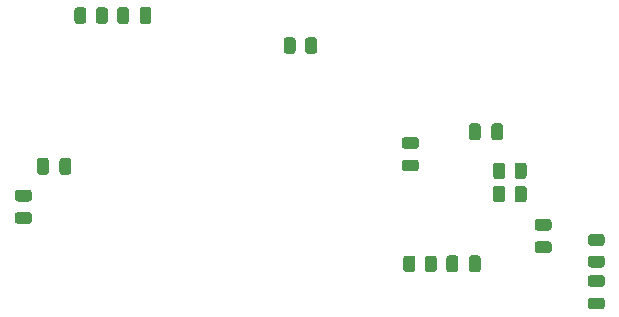
<source format=gbp>
%TF.GenerationSoftware,KiCad,Pcbnew,(5.1.10)-1*%
%TF.CreationDate,2021-12-15T16:43:02+05:30*%
%TF.ProjectId,SPVMD_V2.0,5350564d-445f-4563-922e-302e6b696361,rev?*%
%TF.SameCoordinates,Original*%
%TF.FileFunction,Paste,Bot*%
%TF.FilePolarity,Positive*%
%FSLAX46Y46*%
G04 Gerber Fmt 4.6, Leading zero omitted, Abs format (unit mm)*
G04 Created by KiCad (PCBNEW (5.1.10)-1) date 2021-12-15 16:43:02*
%MOMM*%
%LPD*%
G01*
G04 APERTURE LIST*
G04 APERTURE END LIST*
%TO.C,C12*%
G36*
G01*
X141892000Y-74049000D02*
X142842000Y-74049000D01*
G75*
G02*
X143092000Y-74299000I0J-250000D01*
G01*
X143092000Y-74799000D01*
G75*
G02*
X142842000Y-75049000I-250000J0D01*
G01*
X141892000Y-75049000D01*
G75*
G02*
X141642000Y-74799000I0J250000D01*
G01*
X141642000Y-74299000D01*
G75*
G02*
X141892000Y-74049000I250000J0D01*
G01*
G37*
G36*
G01*
X141892000Y-75949000D02*
X142842000Y-75949000D01*
G75*
G02*
X143092000Y-76199000I0J-250000D01*
G01*
X143092000Y-76699000D01*
G75*
G02*
X142842000Y-76949000I-250000J0D01*
G01*
X141892000Y-76949000D01*
G75*
G02*
X141642000Y-76699000I0J250000D01*
G01*
X141642000Y-76199000D01*
G75*
G02*
X141892000Y-75949000I250000J0D01*
G01*
G37*
%TD*%
%TO.C,C17*%
G36*
G01*
X154081500Y-81973000D02*
X153131500Y-81973000D01*
G75*
G02*
X152881500Y-81723000I0J250000D01*
G01*
X152881500Y-81223000D01*
G75*
G02*
X153131500Y-80973000I250000J0D01*
G01*
X154081500Y-80973000D01*
G75*
G02*
X154331500Y-81223000I0J-250000D01*
G01*
X154331500Y-81723000D01*
G75*
G02*
X154081500Y-81973000I-250000J0D01*
G01*
G37*
G36*
G01*
X154081500Y-83873000D02*
X153131500Y-83873000D01*
G75*
G02*
X152881500Y-83623000I0J250000D01*
G01*
X152881500Y-83123000D01*
G75*
G02*
X153131500Y-82873000I250000J0D01*
G01*
X154081500Y-82873000D01*
G75*
G02*
X154331500Y-83123000I0J-250000D01*
G01*
X154331500Y-83623000D01*
G75*
G02*
X154081500Y-83873000I-250000J0D01*
G01*
G37*
%TD*%
%TO.C,C16*%
G36*
G01*
X148328000Y-73121500D02*
X148328000Y-74071500D01*
G75*
G02*
X148078000Y-74321500I-250000J0D01*
G01*
X147578000Y-74321500D01*
G75*
G02*
X147328000Y-74071500I0J250000D01*
G01*
X147328000Y-73121500D01*
G75*
G02*
X147578000Y-72871500I250000J0D01*
G01*
X148078000Y-72871500D01*
G75*
G02*
X148328000Y-73121500I0J-250000D01*
G01*
G37*
G36*
G01*
X150228000Y-73121500D02*
X150228000Y-74071500D01*
G75*
G02*
X149978000Y-74321500I-250000J0D01*
G01*
X149478000Y-74321500D01*
G75*
G02*
X149228000Y-74071500I0J250000D01*
G01*
X149228000Y-73121500D01*
G75*
G02*
X149478000Y-72871500I250000J0D01*
G01*
X149978000Y-72871500D01*
G75*
G02*
X150228000Y-73121500I0J-250000D01*
G01*
G37*
%TD*%
%TO.C,C4*%
G36*
G01*
X118546500Y-63279000D02*
X118546500Y-64229000D01*
G75*
G02*
X118296500Y-64479000I-250000J0D01*
G01*
X117796500Y-64479000D01*
G75*
G02*
X117546500Y-64229000I0J250000D01*
G01*
X117546500Y-63279000D01*
G75*
G02*
X117796500Y-63029000I250000J0D01*
G01*
X118296500Y-63029000D01*
G75*
G02*
X118546500Y-63279000I0J-250000D01*
G01*
G37*
G36*
G01*
X120446500Y-63279000D02*
X120446500Y-64229000D01*
G75*
G02*
X120196500Y-64479000I-250000J0D01*
G01*
X119696500Y-64479000D01*
G75*
G02*
X119446500Y-64229000I0J250000D01*
G01*
X119446500Y-63279000D01*
G75*
G02*
X119696500Y-63029000I250000J0D01*
G01*
X120196500Y-63029000D01*
G75*
G02*
X120446500Y-63279000I0J-250000D01*
G01*
G37*
%TD*%
%TO.C,C5*%
G36*
G01*
X110076000Y-79499000D02*
X109126000Y-79499000D01*
G75*
G02*
X108876000Y-79249000I0J250000D01*
G01*
X108876000Y-78749000D01*
G75*
G02*
X109126000Y-78499000I250000J0D01*
G01*
X110076000Y-78499000D01*
G75*
G02*
X110326000Y-78749000I0J-250000D01*
G01*
X110326000Y-79249000D01*
G75*
G02*
X110076000Y-79499000I-250000J0D01*
G01*
G37*
G36*
G01*
X110076000Y-81399000D02*
X109126000Y-81399000D01*
G75*
G02*
X108876000Y-81149000I0J250000D01*
G01*
X108876000Y-80649000D01*
G75*
G02*
X109126000Y-80399000I250000J0D01*
G01*
X110076000Y-80399000D01*
G75*
G02*
X110326000Y-80649000I0J-250000D01*
G01*
X110326000Y-81149000D01*
G75*
G02*
X110076000Y-81399000I-250000J0D01*
G01*
G37*
%TD*%
%TO.C,C6*%
G36*
G01*
X110757000Y-76992500D02*
X110757000Y-76042500D01*
G75*
G02*
X111007000Y-75792500I250000J0D01*
G01*
X111507000Y-75792500D01*
G75*
G02*
X111757000Y-76042500I0J-250000D01*
G01*
X111757000Y-76992500D01*
G75*
G02*
X111507000Y-77242500I-250000J0D01*
G01*
X111007000Y-77242500D01*
G75*
G02*
X110757000Y-76992500I0J250000D01*
G01*
G37*
G36*
G01*
X112657000Y-76992500D02*
X112657000Y-76042500D01*
G75*
G02*
X112907000Y-75792500I250000J0D01*
G01*
X113407000Y-75792500D01*
G75*
G02*
X113657000Y-76042500I0J-250000D01*
G01*
X113657000Y-76992500D01*
G75*
G02*
X113407000Y-77242500I-250000J0D01*
G01*
X112907000Y-77242500D01*
G75*
G02*
X112657000Y-76992500I0J250000D01*
G01*
G37*
%TD*%
%TO.C,C10*%
G36*
G01*
X157640000Y-85733000D02*
X158590000Y-85733000D01*
G75*
G02*
X158840000Y-85983000I0J-250000D01*
G01*
X158840000Y-86483000D01*
G75*
G02*
X158590000Y-86733000I-250000J0D01*
G01*
X157640000Y-86733000D01*
G75*
G02*
X157390000Y-86483000I0J250000D01*
G01*
X157390000Y-85983000D01*
G75*
G02*
X157640000Y-85733000I250000J0D01*
G01*
G37*
G36*
G01*
X157640000Y-87633000D02*
X158590000Y-87633000D01*
G75*
G02*
X158840000Y-87883000I0J-250000D01*
G01*
X158840000Y-88383000D01*
G75*
G02*
X158590000Y-88633000I-250000J0D01*
G01*
X157640000Y-88633000D01*
G75*
G02*
X157390000Y-88383000I0J250000D01*
G01*
X157390000Y-87883000D01*
G75*
G02*
X157640000Y-87633000I250000J0D01*
G01*
G37*
%TD*%
%TO.C,C11*%
G36*
G01*
X145423000Y-85247500D02*
X145423000Y-84297500D01*
G75*
G02*
X145673000Y-84047500I250000J0D01*
G01*
X146173000Y-84047500D01*
G75*
G02*
X146423000Y-84297500I0J-250000D01*
G01*
X146423000Y-85247500D01*
G75*
G02*
X146173000Y-85497500I-250000J0D01*
G01*
X145673000Y-85497500D01*
G75*
G02*
X145423000Y-85247500I0J250000D01*
G01*
G37*
G36*
G01*
X147323000Y-85247500D02*
X147323000Y-84297500D01*
G75*
G02*
X147573000Y-84047500I250000J0D01*
G01*
X148073000Y-84047500D01*
G75*
G02*
X148323000Y-84297500I0J-250000D01*
G01*
X148323000Y-85247500D01*
G75*
G02*
X148073000Y-85497500I-250000J0D01*
G01*
X147573000Y-85497500D01*
G75*
G02*
X147323000Y-85247500I0J250000D01*
G01*
G37*
%TD*%
%TO.C,FB1*%
G36*
G01*
X144617500Y-84322499D02*
X144617500Y-85222501D01*
G75*
G02*
X144367501Y-85472500I-249999J0D01*
G01*
X143842499Y-85472500D01*
G75*
G02*
X143592500Y-85222501I0J249999D01*
G01*
X143592500Y-84322499D01*
G75*
G02*
X143842499Y-84072500I249999J0D01*
G01*
X144367501Y-84072500D01*
G75*
G02*
X144617500Y-84322499I0J-249999D01*
G01*
G37*
G36*
G01*
X142792500Y-84322499D02*
X142792500Y-85222501D01*
G75*
G02*
X142542501Y-85472500I-249999J0D01*
G01*
X142017499Y-85472500D01*
G75*
G02*
X141767500Y-85222501I0J249999D01*
G01*
X141767500Y-84322499D01*
G75*
G02*
X142017499Y-84072500I249999J0D01*
G01*
X142542501Y-84072500D01*
G75*
G02*
X142792500Y-84322499I0J-249999D01*
G01*
G37*
%TD*%
%TO.C,R1*%
G36*
G01*
X116764500Y-63303999D02*
X116764500Y-64204001D01*
G75*
G02*
X116514501Y-64454000I-249999J0D01*
G01*
X115989499Y-64454000D01*
G75*
G02*
X115739500Y-64204001I0J249999D01*
G01*
X115739500Y-63303999D01*
G75*
G02*
X115989499Y-63054000I249999J0D01*
G01*
X116514501Y-63054000D01*
G75*
G02*
X116764500Y-63303999I0J-249999D01*
G01*
G37*
G36*
G01*
X114939500Y-63303999D02*
X114939500Y-64204001D01*
G75*
G02*
X114689501Y-64454000I-249999J0D01*
G01*
X114164499Y-64454000D01*
G75*
G02*
X113914500Y-64204001I0J249999D01*
G01*
X113914500Y-63303999D01*
G75*
G02*
X114164499Y-63054000I249999J0D01*
G01*
X114689501Y-63054000D01*
G75*
G02*
X114939500Y-63303999I0J-249999D01*
G01*
G37*
%TD*%
%TO.C,R3*%
G36*
G01*
X157664999Y-82244500D02*
X158565001Y-82244500D01*
G75*
G02*
X158815000Y-82494499I0J-249999D01*
G01*
X158815000Y-83019501D01*
G75*
G02*
X158565001Y-83269500I-249999J0D01*
G01*
X157664999Y-83269500D01*
G75*
G02*
X157415000Y-83019501I0J249999D01*
G01*
X157415000Y-82494499D01*
G75*
G02*
X157664999Y-82244500I249999J0D01*
G01*
G37*
G36*
G01*
X157664999Y-84069500D02*
X158565001Y-84069500D01*
G75*
G02*
X158815000Y-84319499I0J-249999D01*
G01*
X158815000Y-84844501D01*
G75*
G02*
X158565001Y-85094500I-249999J0D01*
G01*
X157664999Y-85094500D01*
G75*
G02*
X157415000Y-84844501I0J249999D01*
G01*
X157415000Y-84319499D01*
G75*
G02*
X157664999Y-84069500I249999J0D01*
G01*
G37*
%TD*%
%TO.C,R8*%
G36*
G01*
X151189000Y-79317001D02*
X151189000Y-78416999D01*
G75*
G02*
X151438999Y-78167000I249999J0D01*
G01*
X151964001Y-78167000D01*
G75*
G02*
X152214000Y-78416999I0J-249999D01*
G01*
X152214000Y-79317001D01*
G75*
G02*
X151964001Y-79567000I-249999J0D01*
G01*
X151438999Y-79567000D01*
G75*
G02*
X151189000Y-79317001I0J249999D01*
G01*
G37*
G36*
G01*
X149364000Y-79317001D02*
X149364000Y-78416999D01*
G75*
G02*
X149613999Y-78167000I249999J0D01*
G01*
X150139001Y-78167000D01*
G75*
G02*
X150389000Y-78416999I0J-249999D01*
G01*
X150389000Y-79317001D01*
G75*
G02*
X150139001Y-79567000I-249999J0D01*
G01*
X149613999Y-79567000D01*
G75*
G02*
X149364000Y-79317001I0J249999D01*
G01*
G37*
%TD*%
%TO.C,R9*%
G36*
G01*
X149364000Y-77348501D02*
X149364000Y-76448499D01*
G75*
G02*
X149613999Y-76198500I249999J0D01*
G01*
X150139001Y-76198500D01*
G75*
G02*
X150389000Y-76448499I0J-249999D01*
G01*
X150389000Y-77348501D01*
G75*
G02*
X150139001Y-77598500I-249999J0D01*
G01*
X149613999Y-77598500D01*
G75*
G02*
X149364000Y-77348501I0J249999D01*
G01*
G37*
G36*
G01*
X151189000Y-77348501D02*
X151189000Y-76448499D01*
G75*
G02*
X151438999Y-76198500I249999J0D01*
G01*
X151964001Y-76198500D01*
G75*
G02*
X152214000Y-76448499I0J-249999D01*
G01*
X152214000Y-77348501D01*
G75*
G02*
X151964001Y-77598500I-249999J0D01*
G01*
X151438999Y-77598500D01*
G75*
G02*
X151189000Y-77348501I0J249999D01*
G01*
G37*
%TD*%
%TO.C,R10*%
G36*
G01*
X132656000Y-65843999D02*
X132656000Y-66744001D01*
G75*
G02*
X132406001Y-66994000I-249999J0D01*
G01*
X131880999Y-66994000D01*
G75*
G02*
X131631000Y-66744001I0J249999D01*
G01*
X131631000Y-65843999D01*
G75*
G02*
X131880999Y-65594000I249999J0D01*
G01*
X132406001Y-65594000D01*
G75*
G02*
X132656000Y-65843999I0J-249999D01*
G01*
G37*
G36*
G01*
X134481000Y-65843999D02*
X134481000Y-66744001D01*
G75*
G02*
X134231001Y-66994000I-249999J0D01*
G01*
X133705999Y-66994000D01*
G75*
G02*
X133456000Y-66744001I0J249999D01*
G01*
X133456000Y-65843999D01*
G75*
G02*
X133705999Y-65594000I249999J0D01*
G01*
X134231001Y-65594000D01*
G75*
G02*
X134481000Y-65843999I0J-249999D01*
G01*
G37*
%TD*%
M02*

</source>
